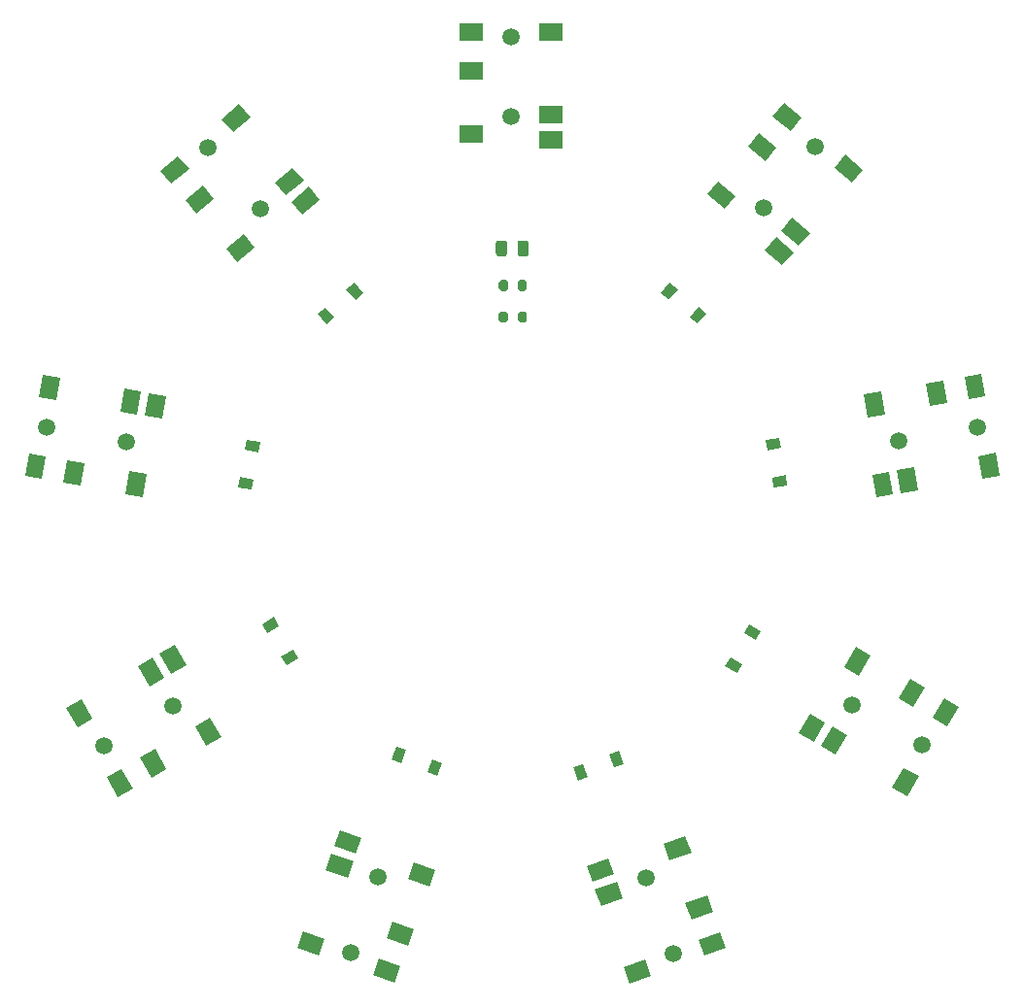
<source format=gbr>
%TF.GenerationSoftware,KiCad,Pcbnew,(5.1.9)-1*%
%TF.CreationDate,2022-01-01T02:22:56+09:00*%
%TF.ProjectId,DiodeORLogic,44696f64-654f-4524-9c6f-6769632e6b69,rev?*%
%TF.SameCoordinates,Original*%
%TF.FileFunction,Soldermask,Top*%
%TF.FilePolarity,Negative*%
%FSLAX46Y46*%
G04 Gerber Fmt 4.6, Leading zero omitted, Abs format (unit mm)*
G04 Created by KiCad (PCBNEW (5.1.9)-1) date 2022-01-01 02:22:56*
%MOMM*%
%LPD*%
G01*
G04 APERTURE LIST*
%ADD10C,0.100000*%
%ADD11R,2.000000X1.500000*%
%ADD12C,1.500000*%
G04 APERTURE END LIST*
D10*
%TO.C,D8*%
G36*
X130684926Y-75028281D02*
G01*
X129913580Y-74109028D01*
X130603020Y-73530519D01*
X131374366Y-74449772D01*
X130684926Y-75028281D01*
G37*
G36*
X128156980Y-77149481D02*
G01*
X127385634Y-76230228D01*
X128075074Y-75651719D01*
X128846420Y-76570972D01*
X128156980Y-77149481D01*
G37*
%TD*%
%TO.C,D7*%
G36*
X122239262Y-88282419D02*
G01*
X121057493Y-88074042D01*
X121213776Y-87187715D01*
X122395545Y-87396092D01*
X122239262Y-88282419D01*
G37*
G36*
X121666224Y-91532285D02*
G01*
X120484455Y-91323908D01*
X120640738Y-90437581D01*
X121822507Y-90645958D01*
X121666224Y-91532285D01*
G37*
%TD*%
%TO.C,D6*%
G36*
X124069615Y-103430769D02*
G01*
X123030385Y-104030769D01*
X122580385Y-103251347D01*
X123619615Y-102651347D01*
X124069615Y-103430769D01*
G37*
G36*
X125719615Y-106288653D02*
G01*
X124680385Y-106888653D01*
X124230385Y-106109231D01*
X125269615Y-105509231D01*
X125719615Y-106288653D01*
G37*
%TD*%
%TO.C,D5*%
G36*
X135127581Y-114235760D02*
G01*
X134717157Y-115363392D01*
X133871433Y-115055574D01*
X134281857Y-113927942D01*
X135127581Y-114235760D01*
G37*
G36*
X138228567Y-115364426D02*
G01*
X137818143Y-116492058D01*
X136972419Y-116184240D01*
X137382843Y-115056608D01*
X138228567Y-115364426D01*
G37*
%TD*%
%TO.C,D4*%
G36*
X150557157Y-115456608D02*
G01*
X150967581Y-116584240D01*
X150121857Y-116892058D01*
X149711433Y-115764426D01*
X150557157Y-115456608D01*
G37*
G36*
X153658143Y-114327942D02*
G01*
X154068567Y-115455574D01*
X153222843Y-115763392D01*
X152812419Y-114635760D01*
X153658143Y-114327942D01*
G37*
%TD*%
%TO.C,D3*%
G36*
X163370385Y-106129231D02*
G01*
X164409615Y-106729231D01*
X163959615Y-107508653D01*
X162920385Y-106908653D01*
X163370385Y-106129231D01*
G37*
G36*
X165020385Y-103271347D02*
G01*
X166059615Y-103871347D01*
X165609615Y-104650769D01*
X164570385Y-104050769D01*
X165020385Y-103271347D01*
G37*
%TD*%
%TO.C,D2*%
G36*
X167007493Y-90465958D02*
G01*
X168189262Y-90257581D01*
X168345545Y-91143908D01*
X167163776Y-91352285D01*
X167007493Y-90465958D01*
G37*
G36*
X166434455Y-87216092D02*
G01*
X167616224Y-87007715D01*
X167772507Y-87894042D01*
X166590738Y-88102419D01*
X166434455Y-87216092D01*
G37*
%TD*%
%TO.C,D1*%
G36*
X159863580Y-76500972D02*
G01*
X160634926Y-75581719D01*
X161324366Y-76160228D01*
X160553020Y-77079481D01*
X159863580Y-76500972D01*
G37*
G36*
X157335634Y-74379772D02*
G01*
X158106980Y-73460519D01*
X158796420Y-74039028D01*
X158025074Y-74958281D01*
X157335634Y-74379772D01*
G37*
%TD*%
%TO.C,R2*%
G36*
G01*
X144855000Y-74015000D02*
X144855000Y-73465000D01*
G75*
G02*
X145055000Y-73265000I200000J0D01*
G01*
X145455000Y-73265000D01*
G75*
G02*
X145655000Y-73465000I0J-200000D01*
G01*
X145655000Y-74015000D01*
G75*
G02*
X145455000Y-74215000I-200000J0D01*
G01*
X145055000Y-74215000D01*
G75*
G02*
X144855000Y-74015000I0J200000D01*
G01*
G37*
G36*
G01*
X143205000Y-74015000D02*
X143205000Y-73465000D01*
G75*
G02*
X143405000Y-73265000I200000J0D01*
G01*
X143805000Y-73265000D01*
G75*
G02*
X144005000Y-73465000I0J-200000D01*
G01*
X144005000Y-74015000D01*
G75*
G02*
X143805000Y-74215000I-200000J0D01*
G01*
X143405000Y-74215000D01*
G75*
G02*
X143205000Y-74015000I0J200000D01*
G01*
G37*
%TD*%
%TO.C,R1*%
G36*
G01*
X144855000Y-76775000D02*
X144855000Y-76225000D01*
G75*
G02*
X145055000Y-76025000I200000J0D01*
G01*
X145455000Y-76025000D01*
G75*
G02*
X145655000Y-76225000I0J-200000D01*
G01*
X145655000Y-76775000D01*
G75*
G02*
X145455000Y-76975000I-200000J0D01*
G01*
X145055000Y-76975000D01*
G75*
G02*
X144855000Y-76775000I0J200000D01*
G01*
G37*
G36*
G01*
X143205000Y-76775000D02*
X143205000Y-76225000D01*
G75*
G02*
X143405000Y-76025000I200000J0D01*
G01*
X143805000Y-76025000D01*
G75*
G02*
X144005000Y-76225000I0J-200000D01*
G01*
X144005000Y-76775000D01*
G75*
G02*
X143805000Y-76975000I-200000J0D01*
G01*
X143405000Y-76975000D01*
G75*
G02*
X143205000Y-76775000I0J200000D01*
G01*
G37*
%TD*%
D11*
%TO.C,J9*%
X147770000Y-51650000D03*
D12*
X144270000Y-59050000D03*
X144270000Y-52050000D03*
D11*
X147770000Y-58850000D03*
X147770000Y-61050000D03*
X140770000Y-51650000D03*
X140770000Y-55050000D03*
X140770000Y-60550000D03*
%TD*%
D10*
%TO.C,J8*%
G36*
X120036100Y-60377155D02*
G01*
X119071919Y-59228088D01*
X120604008Y-57942513D01*
X121568189Y-59091580D01*
X120036100Y-60377155D01*
G37*
D12*
X122395527Y-67078320D03*
X117896013Y-61716009D03*
D10*
G36*
X124664171Y-65892675D02*
G01*
X123699990Y-64743608D01*
X125232079Y-63458033D01*
X126196260Y-64607100D01*
X124664171Y-65892675D01*
G37*
G36*
X126078303Y-67577973D02*
G01*
X125114122Y-66428906D01*
X126646211Y-65143331D01*
X127610392Y-66292398D01*
X126078303Y-67577973D01*
G37*
G36*
X114673789Y-64876669D02*
G01*
X113709608Y-63727602D01*
X115241697Y-62442027D01*
X116205878Y-63591094D01*
X114673789Y-64876669D01*
G37*
G36*
X116859267Y-67481220D02*
G01*
X115895086Y-66332153D01*
X117427175Y-65046578D01*
X118391356Y-66195645D01*
X116859267Y-67481220D01*
G37*
G36*
X120394598Y-71694464D02*
G01*
X119430417Y-70545397D01*
X120962506Y-69259822D01*
X121926687Y-70408889D01*
X120394598Y-71694464D01*
G37*
%TD*%
%TO.C,J7*%
G36*
X104604130Y-83732070D02*
G01*
X103126918Y-83471598D01*
X103474214Y-81501982D01*
X104951426Y-81762454D01*
X104604130Y-83732070D01*
G37*
D12*
X110718981Y-87348850D03*
X103825327Y-86133313D03*
D10*
G36*
X111694746Y-84982337D02*
G01*
X110217534Y-84721865D01*
X110564830Y-82752249D01*
X112042042Y-83012721D01*
X111694746Y-84982337D01*
G37*
G36*
X113861323Y-85364363D02*
G01*
X112384111Y-85103891D01*
X112731407Y-83134275D01*
X114208619Y-83394747D01*
X113861323Y-85364363D01*
G37*
G36*
X103388593Y-90625725D02*
G01*
X101911381Y-90365253D01*
X102258677Y-88395637D01*
X103735889Y-88656109D01*
X103388593Y-90625725D01*
G37*
G36*
X106736939Y-91216129D02*
G01*
X105259727Y-90955657D01*
X105607023Y-88986041D01*
X107084235Y-89246513D01*
X106736939Y-91216129D01*
G37*
G36*
X112153382Y-92171193D02*
G01*
X110676170Y-91910721D01*
X111023466Y-89941105D01*
X112500678Y-90201577D01*
X112153382Y-92171193D01*
G37*
%TD*%
%TO.C,J6*%
G36*
X107809200Y-111539936D02*
G01*
X106510162Y-112289936D01*
X105510162Y-110557886D01*
X106809200Y-109807886D01*
X107809200Y-111539936D01*
G37*
D12*
X114818269Y-110380000D03*
X108756091Y-113880000D03*
D10*
G36*
X114044583Y-107939936D02*
G01*
X112745545Y-108689936D01*
X111745545Y-106957886D01*
X113044583Y-106207886D01*
X114044583Y-107939936D01*
G37*
G36*
X115949838Y-106839936D02*
G01*
X114650800Y-107589936D01*
X113650800Y-105857886D01*
X114949838Y-105107886D01*
X115949838Y-106839936D01*
G37*
G36*
X111309200Y-117602114D02*
G01*
X110010162Y-118352114D01*
X109010162Y-116620064D01*
X110309200Y-115870064D01*
X111309200Y-117602114D01*
G37*
G36*
X114253686Y-115902114D02*
G01*
X112954648Y-116652114D01*
X111954648Y-114920064D01*
X113253686Y-114170064D01*
X114253686Y-115902114D01*
G37*
G36*
X119016826Y-113152114D02*
G01*
X117717788Y-113902114D01*
X116717788Y-112170064D01*
X118016826Y-111420064D01*
X119016826Y-113152114D01*
G37*
%TD*%
%TO.C,J5*%
G36*
X128055491Y-130718065D02*
G01*
X127542461Y-132127604D01*
X125663075Y-131443563D01*
X126176105Y-130034024D01*
X128055491Y-130718065D01*
G37*
D12*
X132679156Y-125324159D03*
X130285015Y-131902007D03*
D10*
G36*
X130518036Y-123952278D02*
G01*
X130005006Y-125361817D01*
X128125620Y-124677776D01*
X128638650Y-123268237D01*
X130518036Y-123952278D01*
G37*
G36*
X131270481Y-121884954D02*
G01*
X130757451Y-123294493D01*
X128878065Y-122610452D01*
X129391095Y-121200913D01*
X131270481Y-121884954D01*
G37*
G36*
X134633339Y-133112206D02*
G01*
X134120309Y-134521745D01*
X132240923Y-133837704D01*
X132753953Y-132428165D01*
X134633339Y-133112206D01*
G37*
G36*
X135796208Y-129917251D02*
G01*
X135283178Y-131326790D01*
X133403792Y-130642749D01*
X133916822Y-129233210D01*
X135796208Y-129917251D01*
G37*
G36*
X137677319Y-124748941D02*
G01*
X137164289Y-126158480D01*
X135284903Y-125474439D01*
X135797933Y-124064900D01*
X137677319Y-124748941D01*
G37*
%TD*%
%TO.C,J4*%
G36*
X155931749Y-132496836D02*
G01*
X156444779Y-133906375D01*
X154565393Y-134590416D01*
X154052363Y-133180877D01*
X155931749Y-132496836D01*
G37*
D12*
X156006546Y-125392830D03*
X158400687Y-131970678D03*
D10*
G36*
X153469203Y-125731049D02*
G01*
X153982233Y-127140588D01*
X152102847Y-127824629D01*
X151589817Y-126415090D01*
X153469203Y-125731049D01*
G37*
G36*
X152716759Y-123663725D02*
G01*
X153229789Y-125073264D01*
X151350403Y-125757305D01*
X150837373Y-124347766D01*
X152716759Y-123663725D01*
G37*
G36*
X162509597Y-130102695D02*
G01*
X163022627Y-131512234D01*
X161143241Y-132196275D01*
X160630211Y-130786736D01*
X162509597Y-130102695D01*
G37*
G36*
X161346728Y-126907740D02*
G01*
X161859758Y-128317279D01*
X159980372Y-129001320D01*
X159467342Y-127591781D01*
X161346728Y-126907740D01*
G37*
G36*
X159465618Y-121739430D02*
G01*
X159978648Y-123148969D01*
X158099262Y-123833010D01*
X157586232Y-122423471D01*
X159465618Y-121739430D01*
G37*
%TD*%
%TO.C,J3*%
G36*
X178500800Y-115780064D02*
G01*
X179799838Y-116530064D01*
X178799838Y-118262114D01*
X177500800Y-117512114D01*
X178500800Y-115780064D01*
G37*
D12*
X173991731Y-110290000D03*
X180053909Y-113790000D03*
D10*
G36*
X172265417Y-112180064D02*
G01*
X173564455Y-112930064D01*
X172564455Y-114662114D01*
X171265417Y-113912114D01*
X172265417Y-112180064D01*
G37*
G36*
X170360162Y-111080064D02*
G01*
X171659200Y-111830064D01*
X170659200Y-113562114D01*
X169360162Y-112812114D01*
X170360162Y-111080064D01*
G37*
G36*
X182000800Y-109717886D02*
G01*
X183299838Y-110467886D01*
X182299838Y-112199936D01*
X181000800Y-111449936D01*
X182000800Y-109717886D01*
G37*
G36*
X179056314Y-108017886D02*
G01*
X180355352Y-108767886D01*
X179355352Y-110499936D01*
X178056314Y-109749936D01*
X179056314Y-108017886D01*
G37*
G36*
X174293174Y-105267886D02*
G01*
X175592212Y-106017886D01*
X174592212Y-107749936D01*
X173293174Y-106999936D01*
X174293174Y-105267886D01*
G37*
%TD*%
%TO.C,J2*%
G36*
X185004111Y-88606109D02*
G01*
X186481323Y-88345637D01*
X186828619Y-90315253D01*
X185351407Y-90575725D01*
X185004111Y-88606109D01*
G37*
D12*
X178021019Y-87298850D03*
X184914673Y-86083313D03*
D10*
G36*
X177913495Y-89856376D02*
G01*
X179390707Y-89595904D01*
X179738003Y-91565520D01*
X178260791Y-91825992D01*
X177913495Y-89856376D01*
G37*
G36*
X175746918Y-90238402D02*
G01*
X177224130Y-89977930D01*
X177571426Y-91947546D01*
X176094214Y-92208018D01*
X175746918Y-90238402D01*
G37*
G36*
X183788574Y-81712454D02*
G01*
X185265786Y-81451982D01*
X185613082Y-83421598D01*
X184135870Y-83682070D01*
X183788574Y-81712454D01*
G37*
G36*
X180440227Y-82302858D02*
G01*
X181917439Y-82042386D01*
X182264735Y-84012002D01*
X180787523Y-84272474D01*
X180440227Y-82302858D01*
G37*
G36*
X175023785Y-83257923D02*
G01*
X176500997Y-82997451D01*
X176848293Y-84967067D01*
X175371081Y-85227539D01*
X175023785Y-83257923D01*
G37*
%TD*%
%TO.C,J1*%
G36*
X172444122Y-63491094D02*
G01*
X173408303Y-62342027D01*
X174940392Y-63627602D01*
X173976211Y-64776669D01*
X172444122Y-63491094D01*
G37*
D12*
X166254473Y-66978320D03*
X170753987Y-61616009D03*
D10*
G36*
X167816052Y-69006614D02*
G01*
X168780233Y-67857547D01*
X170312322Y-69143122D01*
X169348141Y-70292189D01*
X167816052Y-69006614D01*
G37*
G36*
X166401919Y-70691912D02*
G01*
X167366100Y-69542845D01*
X168898189Y-70828420D01*
X167934008Y-71977487D01*
X166401919Y-70691912D01*
G37*
G36*
X167081811Y-58991580D02*
G01*
X168045992Y-57842513D01*
X169578081Y-59128088D01*
X168613900Y-60277155D01*
X167081811Y-58991580D01*
G37*
G36*
X164896333Y-61596132D02*
G01*
X165860514Y-60447065D01*
X167392603Y-61732640D01*
X166428422Y-62881707D01*
X164896333Y-61596132D01*
G37*
G36*
X161361001Y-65809376D02*
G01*
X162325182Y-64660309D01*
X163857271Y-65945884D01*
X162893090Y-67094951D01*
X161361001Y-65809376D01*
G37*
%TD*%
%TO.C,D10*%
G36*
G01*
X144830000Y-70966250D02*
X144830000Y-70053750D01*
G75*
G02*
X145073750Y-69810000I243750J0D01*
G01*
X145561250Y-69810000D01*
G75*
G02*
X145805000Y-70053750I0J-243750D01*
G01*
X145805000Y-70966250D01*
G75*
G02*
X145561250Y-71210000I-243750J0D01*
G01*
X145073750Y-71210000D01*
G75*
G02*
X144830000Y-70966250I0J243750D01*
G01*
G37*
G36*
G01*
X142955000Y-70966250D02*
X142955000Y-70053750D01*
G75*
G02*
X143198750Y-69810000I243750J0D01*
G01*
X143686250Y-69810000D01*
G75*
G02*
X143930000Y-70053750I0J-243750D01*
G01*
X143930000Y-70966250D01*
G75*
G02*
X143686250Y-71210000I-243750J0D01*
G01*
X143198750Y-71210000D01*
G75*
G02*
X142955000Y-70966250I0J243750D01*
G01*
G37*
%TD*%
M02*

</source>
